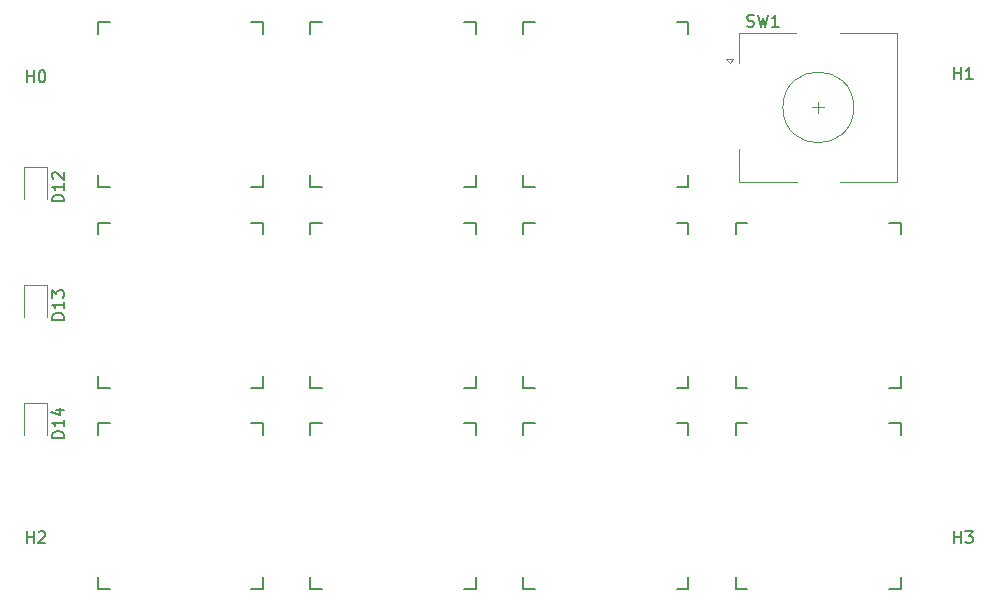
<source format=gbr>
%TF.GenerationSoftware,KiCad,Pcbnew,(7.0.0)*%
%TF.CreationDate,2023-03-20T18:36:51-07:00*%
%TF.ProjectId,Credit Card PCB V1,43726564-6974-4204-9361-726420504342,rev?*%
%TF.SameCoordinates,Original*%
%TF.FileFunction,Legend,Top*%
%TF.FilePolarity,Positive*%
%FSLAX46Y46*%
G04 Gerber Fmt 4.6, Leading zero omitted, Abs format (unit mm)*
G04 Created by KiCad (PCBNEW (7.0.0)) date 2023-03-20 18:36:51*
%MOMM*%
%LPD*%
G01*
G04 APERTURE LIST*
%ADD10C,0.150000*%
%ADD11C,0.120000*%
G04 APERTURE END LIST*
D10*
%TO.C,H3*%
X165488095Y-112117380D02*
X165488095Y-111117380D01*
X165488095Y-111593571D02*
X166059523Y-111593571D01*
X166059523Y-112117380D02*
X166059523Y-111117380D01*
X166440476Y-111117380D02*
X167059523Y-111117380D01*
X167059523Y-111117380D02*
X166726190Y-111498333D01*
X166726190Y-111498333D02*
X166869047Y-111498333D01*
X166869047Y-111498333D02*
X166964285Y-111545952D01*
X166964285Y-111545952D02*
X167011904Y-111593571D01*
X167011904Y-111593571D02*
X167059523Y-111688809D01*
X167059523Y-111688809D02*
X167059523Y-111926904D01*
X167059523Y-111926904D02*
X167011904Y-112022142D01*
X167011904Y-112022142D02*
X166964285Y-112069761D01*
X166964285Y-112069761D02*
X166869047Y-112117380D01*
X166869047Y-112117380D02*
X166583333Y-112117380D01*
X166583333Y-112117380D02*
X166488095Y-112069761D01*
X166488095Y-112069761D02*
X166440476Y-112022142D01*
%TO.C,H2*%
X86988095Y-112117380D02*
X86988095Y-111117380D01*
X86988095Y-111593571D02*
X87559523Y-111593571D01*
X87559523Y-112117380D02*
X87559523Y-111117380D01*
X87988095Y-111212619D02*
X88035714Y-111165000D01*
X88035714Y-111165000D02*
X88130952Y-111117380D01*
X88130952Y-111117380D02*
X88369047Y-111117380D01*
X88369047Y-111117380D02*
X88464285Y-111165000D01*
X88464285Y-111165000D02*
X88511904Y-111212619D01*
X88511904Y-111212619D02*
X88559523Y-111307857D01*
X88559523Y-111307857D02*
X88559523Y-111403095D01*
X88559523Y-111403095D02*
X88511904Y-111545952D01*
X88511904Y-111545952D02*
X87940476Y-112117380D01*
X87940476Y-112117380D02*
X88559523Y-112117380D01*
%TO.C,H1*%
X165488095Y-72867380D02*
X165488095Y-71867380D01*
X165488095Y-72343571D02*
X166059523Y-72343571D01*
X166059523Y-72867380D02*
X166059523Y-71867380D01*
X167059523Y-72867380D02*
X166488095Y-72867380D01*
X166773809Y-72867380D02*
X166773809Y-71867380D01*
X166773809Y-71867380D02*
X166678571Y-72010238D01*
X166678571Y-72010238D02*
X166583333Y-72105476D01*
X166583333Y-72105476D02*
X166488095Y-72153095D01*
%TO.C,H0*%
X86988095Y-73117380D02*
X86988095Y-72117380D01*
X86988095Y-72593571D02*
X87559523Y-72593571D01*
X87559523Y-73117380D02*
X87559523Y-72117380D01*
X88226190Y-72117380D02*
X88321428Y-72117380D01*
X88321428Y-72117380D02*
X88416666Y-72165000D01*
X88416666Y-72165000D02*
X88464285Y-72212619D01*
X88464285Y-72212619D02*
X88511904Y-72307857D01*
X88511904Y-72307857D02*
X88559523Y-72498333D01*
X88559523Y-72498333D02*
X88559523Y-72736428D01*
X88559523Y-72736428D02*
X88511904Y-72926904D01*
X88511904Y-72926904D02*
X88464285Y-73022142D01*
X88464285Y-73022142D02*
X88416666Y-73069761D01*
X88416666Y-73069761D02*
X88321428Y-73117380D01*
X88321428Y-73117380D02*
X88226190Y-73117380D01*
X88226190Y-73117380D02*
X88130952Y-73069761D01*
X88130952Y-73069761D02*
X88083333Y-73022142D01*
X88083333Y-73022142D02*
X88035714Y-72926904D01*
X88035714Y-72926904D02*
X87988095Y-72736428D01*
X87988095Y-72736428D02*
X87988095Y-72498333D01*
X87988095Y-72498333D02*
X88035714Y-72307857D01*
X88035714Y-72307857D02*
X88083333Y-72212619D01*
X88083333Y-72212619D02*
X88130952Y-72165000D01*
X88130952Y-72165000D02*
X88226190Y-72117380D01*
%TO.C,SW1*%
X147966667Y-68369761D02*
X148109524Y-68417380D01*
X148109524Y-68417380D02*
X148347619Y-68417380D01*
X148347619Y-68417380D02*
X148442857Y-68369761D01*
X148442857Y-68369761D02*
X148490476Y-68322142D01*
X148490476Y-68322142D02*
X148538095Y-68226904D01*
X148538095Y-68226904D02*
X148538095Y-68131666D01*
X148538095Y-68131666D02*
X148490476Y-68036428D01*
X148490476Y-68036428D02*
X148442857Y-67988809D01*
X148442857Y-67988809D02*
X148347619Y-67941190D01*
X148347619Y-67941190D02*
X148157143Y-67893571D01*
X148157143Y-67893571D02*
X148061905Y-67845952D01*
X148061905Y-67845952D02*
X148014286Y-67798333D01*
X148014286Y-67798333D02*
X147966667Y-67703095D01*
X147966667Y-67703095D02*
X147966667Y-67607857D01*
X147966667Y-67607857D02*
X148014286Y-67512619D01*
X148014286Y-67512619D02*
X148061905Y-67465000D01*
X148061905Y-67465000D02*
X148157143Y-67417380D01*
X148157143Y-67417380D02*
X148395238Y-67417380D01*
X148395238Y-67417380D02*
X148538095Y-67465000D01*
X148871429Y-67417380D02*
X149109524Y-68417380D01*
X149109524Y-68417380D02*
X149300000Y-67703095D01*
X149300000Y-67703095D02*
X149490476Y-68417380D01*
X149490476Y-68417380D02*
X149728572Y-67417380D01*
X150633333Y-68417380D02*
X150061905Y-68417380D01*
X150347619Y-68417380D02*
X150347619Y-67417380D01*
X150347619Y-67417380D02*
X150252381Y-67560238D01*
X150252381Y-67560238D02*
X150157143Y-67655476D01*
X150157143Y-67655476D02*
X150061905Y-67703095D01*
%TO.C,D13*%
X90117380Y-93214285D02*
X89117380Y-93214285D01*
X89117380Y-93214285D02*
X89117380Y-92976190D01*
X89117380Y-92976190D02*
X89165000Y-92833333D01*
X89165000Y-92833333D02*
X89260238Y-92738095D01*
X89260238Y-92738095D02*
X89355476Y-92690476D01*
X89355476Y-92690476D02*
X89545952Y-92642857D01*
X89545952Y-92642857D02*
X89688809Y-92642857D01*
X89688809Y-92642857D02*
X89879285Y-92690476D01*
X89879285Y-92690476D02*
X89974523Y-92738095D01*
X89974523Y-92738095D02*
X90069761Y-92833333D01*
X90069761Y-92833333D02*
X90117380Y-92976190D01*
X90117380Y-92976190D02*
X90117380Y-93214285D01*
X90117380Y-91690476D02*
X90117380Y-92261904D01*
X90117380Y-91976190D02*
X89117380Y-91976190D01*
X89117380Y-91976190D02*
X89260238Y-92071428D01*
X89260238Y-92071428D02*
X89355476Y-92166666D01*
X89355476Y-92166666D02*
X89403095Y-92261904D01*
X89117380Y-91357142D02*
X89117380Y-90738095D01*
X89117380Y-90738095D02*
X89498333Y-91071428D01*
X89498333Y-91071428D02*
X89498333Y-90928571D01*
X89498333Y-90928571D02*
X89545952Y-90833333D01*
X89545952Y-90833333D02*
X89593571Y-90785714D01*
X89593571Y-90785714D02*
X89688809Y-90738095D01*
X89688809Y-90738095D02*
X89926904Y-90738095D01*
X89926904Y-90738095D02*
X90022142Y-90785714D01*
X90022142Y-90785714D02*
X90069761Y-90833333D01*
X90069761Y-90833333D02*
X90117380Y-90928571D01*
X90117380Y-90928571D02*
X90117380Y-91214285D01*
X90117380Y-91214285D02*
X90069761Y-91309523D01*
X90069761Y-91309523D02*
X90022142Y-91357142D01*
%TO.C,D12*%
X90117380Y-83214285D02*
X89117380Y-83214285D01*
X89117380Y-83214285D02*
X89117380Y-82976190D01*
X89117380Y-82976190D02*
X89165000Y-82833333D01*
X89165000Y-82833333D02*
X89260238Y-82738095D01*
X89260238Y-82738095D02*
X89355476Y-82690476D01*
X89355476Y-82690476D02*
X89545952Y-82642857D01*
X89545952Y-82642857D02*
X89688809Y-82642857D01*
X89688809Y-82642857D02*
X89879285Y-82690476D01*
X89879285Y-82690476D02*
X89974523Y-82738095D01*
X89974523Y-82738095D02*
X90069761Y-82833333D01*
X90069761Y-82833333D02*
X90117380Y-82976190D01*
X90117380Y-82976190D02*
X90117380Y-83214285D01*
X90117380Y-81690476D02*
X90117380Y-82261904D01*
X90117380Y-81976190D02*
X89117380Y-81976190D01*
X89117380Y-81976190D02*
X89260238Y-82071428D01*
X89260238Y-82071428D02*
X89355476Y-82166666D01*
X89355476Y-82166666D02*
X89403095Y-82261904D01*
X89212619Y-81309523D02*
X89165000Y-81261904D01*
X89165000Y-81261904D02*
X89117380Y-81166666D01*
X89117380Y-81166666D02*
X89117380Y-80928571D01*
X89117380Y-80928571D02*
X89165000Y-80833333D01*
X89165000Y-80833333D02*
X89212619Y-80785714D01*
X89212619Y-80785714D02*
X89307857Y-80738095D01*
X89307857Y-80738095D02*
X89403095Y-80738095D01*
X89403095Y-80738095D02*
X89545952Y-80785714D01*
X89545952Y-80785714D02*
X90117380Y-81357142D01*
X90117380Y-81357142D02*
X90117380Y-80738095D01*
%TO.C,D14*%
X90117380Y-103214285D02*
X89117380Y-103214285D01*
X89117380Y-103214285D02*
X89117380Y-102976190D01*
X89117380Y-102976190D02*
X89165000Y-102833333D01*
X89165000Y-102833333D02*
X89260238Y-102738095D01*
X89260238Y-102738095D02*
X89355476Y-102690476D01*
X89355476Y-102690476D02*
X89545952Y-102642857D01*
X89545952Y-102642857D02*
X89688809Y-102642857D01*
X89688809Y-102642857D02*
X89879285Y-102690476D01*
X89879285Y-102690476D02*
X89974523Y-102738095D01*
X89974523Y-102738095D02*
X90069761Y-102833333D01*
X90069761Y-102833333D02*
X90117380Y-102976190D01*
X90117380Y-102976190D02*
X90117380Y-103214285D01*
X90117380Y-101690476D02*
X90117380Y-102261904D01*
X90117380Y-101976190D02*
X89117380Y-101976190D01*
X89117380Y-101976190D02*
X89260238Y-102071428D01*
X89260238Y-102071428D02*
X89355476Y-102166666D01*
X89355476Y-102166666D02*
X89403095Y-102261904D01*
X89450714Y-100833333D02*
X90117380Y-100833333D01*
X89069761Y-101071428D02*
X89784047Y-101309523D01*
X89784047Y-101309523D02*
X89784047Y-100690476D01*
D11*
%TO.C,SW1*%
X146200000Y-71150000D02*
X146800000Y-71150000D01*
X146500000Y-71450000D02*
X146200000Y-71150000D01*
X146800000Y-71150000D02*
X146500000Y-71450000D01*
X147300000Y-68950000D02*
X147300000Y-71450000D01*
X147300000Y-81550000D02*
X147300000Y-78750000D01*
X152100000Y-68950000D02*
X147300000Y-68950000D01*
X152200000Y-81550000D02*
X147300000Y-81550000D01*
X153500000Y-75250000D02*
X154500000Y-75250000D01*
X154000000Y-74750000D02*
X154000000Y-75750000D01*
X155800000Y-68950000D02*
X160700000Y-68950000D01*
X160700000Y-68950000D02*
X160700000Y-81550000D01*
X160700000Y-81550000D02*
X155800000Y-81550000D01*
X157000000Y-75250000D02*
G75*
G03*
X157000000Y-75250000I-3000000J0D01*
G01*
%TO.C,D13*%
X88710000Y-90315000D02*
X86790000Y-90315000D01*
X86790000Y-90315000D02*
X86790000Y-93000000D01*
X88710000Y-93000000D02*
X88710000Y-90315000D01*
D10*
%TO.C,MX9*%
X143000000Y-115000000D02*
X143000000Y-116000000D01*
X143000000Y-102000000D02*
X143000000Y-103000000D01*
X143000000Y-102000000D02*
X142000000Y-102000000D01*
X142000000Y-116000000D02*
X143000000Y-116000000D01*
X130000000Y-102000000D02*
X129000000Y-102000000D01*
X129000000Y-116000000D02*
X130000000Y-116000000D01*
X129000000Y-116000000D02*
X129000000Y-115000000D01*
X129000000Y-103000000D02*
X129000000Y-102000000D01*
X129000000Y-102000000D02*
X130000000Y-102000000D01*
%TO.C,MX4*%
X111000000Y-86000000D02*
X111000000Y-85000000D01*
X111000000Y-99000000D02*
X111000000Y-98000000D01*
X111000000Y-99000000D02*
X112000000Y-99000000D01*
X112000000Y-85000000D02*
X111000000Y-85000000D01*
X124000000Y-99000000D02*
X125000000Y-99000000D01*
X125000000Y-85000000D02*
X124000000Y-85000000D01*
X125000000Y-85000000D02*
X125000000Y-86000000D01*
X125000000Y-98000000D02*
X125000000Y-99000000D01*
X125000000Y-99000000D02*
X124000000Y-99000000D01*
%TO.C,MX5*%
X129000000Y-86000000D02*
X129000000Y-85000000D01*
X129000000Y-99000000D02*
X129000000Y-98000000D01*
X129000000Y-99000000D02*
X130000000Y-99000000D01*
X130000000Y-85000000D02*
X129000000Y-85000000D01*
X142000000Y-99000000D02*
X143000000Y-99000000D01*
X143000000Y-85000000D02*
X142000000Y-85000000D01*
X143000000Y-85000000D02*
X143000000Y-86000000D01*
X143000000Y-98000000D02*
X143000000Y-99000000D01*
X143000000Y-99000000D02*
X142000000Y-99000000D01*
D11*
%TO.C,D12*%
X88710000Y-80315000D02*
X86790000Y-80315000D01*
X86790000Y-80315000D02*
X86790000Y-83000000D01*
X88710000Y-83000000D02*
X88710000Y-80315000D01*
D10*
%TO.C,MX6*%
X147000000Y-86000000D02*
X147000000Y-85000000D01*
X147000000Y-99000000D02*
X147000000Y-98000000D01*
X147000000Y-99000000D02*
X148000000Y-99000000D01*
X148000000Y-85000000D02*
X147000000Y-85000000D01*
X160000000Y-99000000D02*
X161000000Y-99000000D01*
X161000000Y-85000000D02*
X160000000Y-85000000D01*
X161000000Y-85000000D02*
X161000000Y-86000000D01*
X161000000Y-98000000D02*
X161000000Y-99000000D01*
X161000000Y-99000000D02*
X160000000Y-99000000D01*
%TO.C,MX2*%
X129000000Y-69000000D02*
X129000000Y-68000000D01*
X129000000Y-82000000D02*
X129000000Y-81000000D01*
X129000000Y-82000000D02*
X130000000Y-82000000D01*
X130000000Y-68000000D02*
X129000000Y-68000000D01*
X142000000Y-82000000D02*
X143000000Y-82000000D01*
X143000000Y-68000000D02*
X142000000Y-68000000D01*
X143000000Y-68000000D02*
X143000000Y-69000000D01*
X143000000Y-81000000D02*
X143000000Y-82000000D01*
X143000000Y-82000000D02*
X142000000Y-82000000D01*
%TO.C,MX1*%
X111000000Y-69000000D02*
X111000000Y-68000000D01*
X111000000Y-82000000D02*
X111000000Y-81000000D01*
X111000000Y-82000000D02*
X112000000Y-82000000D01*
X112000000Y-68000000D02*
X111000000Y-68000000D01*
X124000000Y-82000000D02*
X125000000Y-82000000D01*
X125000000Y-68000000D02*
X124000000Y-68000000D01*
X125000000Y-68000000D02*
X125000000Y-69000000D01*
X125000000Y-81000000D02*
X125000000Y-82000000D01*
X125000000Y-82000000D02*
X124000000Y-82000000D01*
%TO.C,MX10*%
X161000000Y-115000000D02*
X161000000Y-116000000D01*
X161000000Y-102000000D02*
X161000000Y-103000000D01*
X161000000Y-102000000D02*
X160000000Y-102000000D01*
X160000000Y-116000000D02*
X161000000Y-116000000D01*
X148000000Y-102000000D02*
X147000000Y-102000000D01*
X147000000Y-116000000D02*
X148000000Y-116000000D01*
X147000000Y-116000000D02*
X147000000Y-115000000D01*
X147000000Y-103000000D02*
X147000000Y-102000000D01*
X147000000Y-102000000D02*
X148000000Y-102000000D01*
%TO.C,MX0*%
X93000000Y-69000000D02*
X93000000Y-68000000D01*
X93000000Y-82000000D02*
X93000000Y-81000000D01*
X93000000Y-82000000D02*
X94000000Y-82000000D01*
X94000000Y-68000000D02*
X93000000Y-68000000D01*
X106000000Y-82000000D02*
X107000000Y-82000000D01*
X107000000Y-68000000D02*
X106000000Y-68000000D01*
X107000000Y-68000000D02*
X107000000Y-69000000D01*
X107000000Y-81000000D02*
X107000000Y-82000000D01*
X107000000Y-82000000D02*
X106000000Y-82000000D01*
D11*
%TO.C,D14*%
X88710000Y-100315000D02*
X86790000Y-100315000D01*
X86790000Y-100315000D02*
X86790000Y-103000000D01*
X88710000Y-103000000D02*
X88710000Y-100315000D01*
D10*
%TO.C,MX3*%
X93000000Y-86000000D02*
X93000000Y-85000000D01*
X93000000Y-99000000D02*
X93000000Y-98000000D01*
X93000000Y-99000000D02*
X94000000Y-99000000D01*
X94000000Y-85000000D02*
X93000000Y-85000000D01*
X106000000Y-99000000D02*
X107000000Y-99000000D01*
X107000000Y-85000000D02*
X106000000Y-85000000D01*
X107000000Y-85000000D02*
X107000000Y-86000000D01*
X107000000Y-98000000D02*
X107000000Y-99000000D01*
X107000000Y-99000000D02*
X106000000Y-99000000D01*
%TO.C,MX7*%
X107000000Y-115000000D02*
X107000000Y-116000000D01*
X107000000Y-102000000D02*
X107000000Y-103000000D01*
X107000000Y-102000000D02*
X106000000Y-102000000D01*
X106000000Y-116000000D02*
X107000000Y-116000000D01*
X94000000Y-102000000D02*
X93000000Y-102000000D01*
X93000000Y-116000000D02*
X94000000Y-116000000D01*
X93000000Y-116000000D02*
X93000000Y-115000000D01*
X93000000Y-103000000D02*
X93000000Y-102000000D01*
X93000000Y-102000000D02*
X94000000Y-102000000D01*
%TO.C,MX8*%
X125000000Y-115000000D02*
X125000000Y-116000000D01*
X125000000Y-102000000D02*
X125000000Y-103000000D01*
X125000000Y-102000000D02*
X124000000Y-102000000D01*
X124000000Y-116000000D02*
X125000000Y-116000000D01*
X112000000Y-102000000D02*
X111000000Y-102000000D01*
X111000000Y-116000000D02*
X112000000Y-116000000D01*
X111000000Y-116000000D02*
X111000000Y-115000000D01*
X111000000Y-103000000D02*
X111000000Y-102000000D01*
X111000000Y-102000000D02*
X112000000Y-102000000D01*
%TD*%
M02*

</source>
